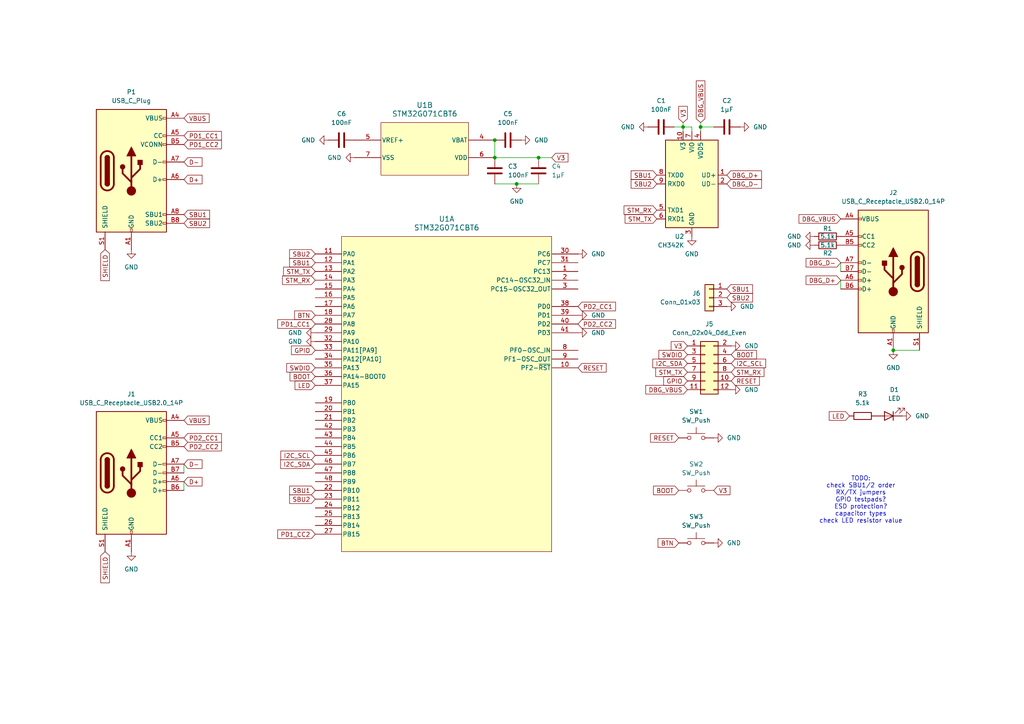
<source format=kicad_sch>
(kicad_sch (version 20231120) (generator "eeschema") (generator_version "8.0")
  (paper "A4")
  (lib_symbols
    (symbol "Connector:USB_C_Plug" (pin_names (offset 1.016))
      (property "Reference" "P1" (at 0 33.02 0))
      (property "Value" "USB_C_Plug" (at 0 30.48 0))
      (symbol "USB_C_Plug_0_0"
        (rectangle (start -0.254 -6.604) (end 0.254 -7.62))
        (rectangle (start 10.16 -4.826) (end 9.144 -5.334))
        (rectangle (start 10.16 -2.286) (end 9.144 -2.794))
        (rectangle (start 10.16 7.874) (end 9.144 7.366))
        (rectangle (start 10.16 12.954) (end 9.144 12.446))
        (rectangle (start 10.16 18.034) (end 9.144 17.526))
        (rectangle (start 10.16 20.574) (end 9.144 20.066))
        (rectangle (start 10.16 25.654) (end 9.144 25.146))
      )
      (symbol "USB_C_Plug_0_1"
        (rectangle (start -10.16 27.94) (end 10.16 -7.62) (stroke (width 0.254)) (fill (type background)))
        (arc (start -8.89 6.35) (mid -6.985 4.4533) (end -5.08 6.35) (stroke (width 0.508)))
        (arc (start -7.62 6.35) (mid -6.985 5.7177) (end -6.35 6.35) (stroke (width 0.254)))
        (arc (start -7.62 6.35) (mid -6.985 5.7177) (end -6.35 6.35) (stroke (width 0.254)) (fill (type outline)))
        (rectangle (start -7.62 6.35) (end -6.35 13.97) (stroke (width 0.254)) (fill (type outline)))
        (arc (start -6.35 13.97) (mid -6.985 14.6023) (end -7.62 13.97) (stroke (width 0.254)))
        (arc (start -6.35 13.97) (mid -6.985 14.6023) (end -7.62 13.97) (stroke (width 0.254)) (fill (type outline)))
        (arc (start -5.08 13.97) (mid -6.985 15.8667) (end -8.89 13.97) (stroke (width 0.508)))
        (polyline (pts (xy -8.89 6.35) (xy -8.89 13.97)) (stroke (width 0.508)))
        (polyline (pts (xy -5.08 13.97) (xy -5.08 6.35)) (stroke (width 0.508)))
      )
      (symbol "USB_C_Plug_1_1"
        (circle (center -2.54 11.303) (radius 0.635) (stroke (width 0.254)) (fill (type outline)))
        (polyline (pts (xy 0 4.318) (xy 0 14.478)) (stroke (width 0.508)))
        (polyline (pts (xy 0 6.858) (xy -2.54 9.398) (xy -2.54 10.668)) (stroke (width 0.508)))
        (polyline (pts (xy 0 8.128) (xy 2.54 10.668) (xy 2.54 11.938)) (stroke (width 0.508)))
        (polyline (pts (xy -1.27 14.478) (xy 0 17.018) (xy 1.27 14.478) (xy -1.27 14.478)) (stroke (width 0.254)) (fill (type outline)))
        (circle (center 0 4.318) (radius 1.27) (fill (type outline)))
        (rectangle (start 1.905 11.938) (end 3.175 13.208) (stroke (width 0.254)) (fill (type outline)))
        (pin passive line (at 0 -12.7 90) (length 5.08) (name "GND") (number "A1"))
        (pin passive line (at 0 -12.7 90) (length 5.08) hide (name "GND") (number "A12"))
        (pin passive line (at 15.24 25.4 180) (length 5.08) (name "VBUS") (number "A4"))
        (pin bidirectional line (at 15.24 20.32 180) (length 5.08) (name "CC") (number "A5"))
        (pin bidirectional line (at 15.24 7.62 180) (length 5.08) (name "D+") (number "A6"))
        (pin bidirectional line (at 15.24 12.7 180) (length 5.08) (name "D-") (number "A7"))
        (pin bidirectional line (at 15.24 -2.54 180) (length 5.08) (name "SBU1") (number "A8"))
        (pin passive line (at 15.24 25.4 180) (length 5.08) hide (name "VBUS") (number "A9"))
        (pin passive line (at 0 -12.7 90) (length 5.08) hide (name "GND") (number "B1"))
        (pin passive line (at 0 -12.7 90) (length 5.08) hide (name "GND") (number "B12"))
        (pin passive line (at 15.24 25.4 180) (length 5.08) hide (name "VBUS") (number "B4"))
        (pin bidirectional line (at 15.24 17.78 180) (length 5.08) (name "VCONN") (number "B5"))
        (pin bidirectional line (at 15.24 -5.08 180) (length 5.08) (name "SBU2") (number "B8"))
        (pin passive line (at 15.24 25.4 180) (length 5.08) hide (name "VBUS") (number "B9"))
        (pin passive line (at -7.62 -12.7 90) (length 5.08) (name "SHIELD") (number "S1"))
      )
    )
    (symbol "Connector:USB_C_Receptacle_USB2.0_14P" (pin_names (offset 1.016))
      (property "Reference" "J" (at 0 22.225 0))
      (property "Value" "USB_C_Receptacle_USB2.0_14P" (at 0 19.685 0))
      (symbol "USB_C_Receptacle_USB2.0_14P_0_0"
        (rectangle (start -0.254 -17.78) (end 0.254 -16.764))
        (rectangle (start 10.16 -4.826) (end 9.144 -5.334))
        (rectangle (start 10.16 -2.286) (end 9.144 -2.794))
        (rectangle (start 10.16 0.254) (end 9.144 -0.254))
        (rectangle (start 10.16 2.794) (end 9.144 2.286))
        (rectangle (start 10.16 7.874) (end 9.144 7.366))
        (rectangle (start 10.16 10.414) (end 9.144 9.906))
        (rectangle (start 10.16 15.494) (end 9.144 14.986))
      )
      (symbol "USB_C_Receptacle_USB2.0_14P_0_1"
        (rectangle (start -10.16 17.78) (end 10.16 -17.78) (stroke (width 0.254)) (fill (type background)))
        (arc (start -8.89 -3.81) (mid -6.985 -5.7067) (end -5.08 -3.81) (stroke (width 0.508)))
        (arc (start -7.62 -3.81) (mid -6.985 -4.4423) (end -6.35 -3.81) (stroke (width 0.254)))
        (arc (start -7.62 -3.81) (mid -6.985 -4.4423) (end -6.35 -3.81) (stroke (width 0.254)) (fill (type outline)))
        (rectangle (start -7.62 -3.81) (end -6.35 3.81) (stroke (width 0.254)) (fill (type outline)))
        (arc (start -6.35 3.81) (mid -6.985 4.4423) (end -7.62 3.81) (stroke (width 0.254)))
        (arc (start -6.35 3.81) (mid -6.985 4.4423) (end -7.62 3.81) (stroke (width 0.254)) (fill (type outline)))
        (arc (start -5.08 3.81) (mid -6.985 5.7067) (end -8.89 3.81) (stroke (width 0.508)))
        (circle (center -2.54 1.143) (radius 0.635) (stroke (width 0.254)) (fill (type outline)))
        (circle (center 0 -5.842) (radius 1.27) (fill (type outline)))
        (polyline (pts (xy -8.89 -3.81) (xy -8.89 3.81)) (stroke (width 0.508)))
        (polyline (pts (xy -5.08 3.81) (xy -5.08 -3.81)) (stroke (width 0.508)))
        (polyline (pts (xy 0 -5.842) (xy 0 4.318)) (stroke (width 0.508)))
        (polyline (pts (xy 0 -3.302) (xy -2.54 -0.762) (xy -2.54 0.508)) (stroke (width 0.508)))
        (polyline (pts (xy 0 -2.032) (xy 2.54 0.508) (xy 2.54 1.778)) (stroke (width 0.508)))
        (polyline (pts (xy -1.27 4.318) (xy 0 6.858) (xy 1.27 4.318) (xy -1.27 4.318)) (stroke (width 0.254)) (fill (type outline)))
        (rectangle (start 1.905 1.778) (end 3.175 3.048) (stroke (width 0.254)) (fill (type outline)))
      )
      (symbol "USB_C_Receptacle_USB2.0_14P_1_1"
        (pin passive line (at 0 -22.86 90) (length 5.08) (name "GND") (number "A1"))
        (pin passive line (at 0 -22.86 90) (length 5.08) hide (name "GND") (number "A12"))
        (pin passive line (at 15.24 15.24 180) (length 5.08) (name "VBUS") (number "A4"))
        (pin bidirectional line (at 15.24 10.16 180) (length 5.08) (name "CC1") (number "A5"))
        (pin bidirectional line (at 15.24 -2.54 180) (length 5.08) (name "D+") (number "A6"))
        (pin bidirectional line (at 15.24 2.54 180) (length 5.08) (name "D-") (number "A7"))
        (pin passive line (at 15.24 15.24 180) (length 5.08) hide (name "VBUS") (number "A9"))
        (pin passive line (at 0 -22.86 90) (length 5.08) hide (name "GND") (number "B1"))
        (pin passive line (at 0 -22.86 90) (length 5.08) hide (name "GND") (number "B12"))
        (pin passive line (at 15.24 15.24 180) (length 5.08) hide (name "VBUS") (number "B4"))
        (pin bidirectional line (at 15.24 7.62 180) (length 5.08) (name "CC2") (number "B5"))
        (pin bidirectional line (at 15.24 -5.08 180) (length 5.08) (name "D+") (number "B6"))
        (pin bidirectional line (at 15.24 0 180) (length 5.08) (name "D-") (number "B7"))
        (pin passive line (at 15.24 15.24 180) (length 5.08) hide (name "VBUS") (number "B9"))
        (pin passive line (at -7.62 -22.86 90) (length 5.08) (name "SHIELD") (number "S1"))
      )
    )
    (symbol "Connector_Generic:Conn_01x03" (pin_names (offset 1.016) hide)
      (property "Reference" "J" (at 0 5.08 0))
      (property "Value" "Conn_01x03" (at 0 -5.08 0))
      (symbol "Conn_01x03_1_1"
        (rectangle (start -1.27 -2.413) (end 0 -2.667) (stroke (width 0.1524)))
        (rectangle (start -1.27 0.127) (end 0 -0.127) (stroke (width 0.1524)))
        (rectangle (start -1.27 2.667) (end 0 2.413) (stroke (width 0.1524)))
        (rectangle (start -1.27 3.81) (end 1.27 -3.81) (stroke (width 0.254)) (fill (type background)))
        (pin passive line (at -5.08 2.54 0) (length 3.81) (name "Pin_1") (number "1"))
        (pin passive line (at -5.08 0 0) (length 3.81) (name "Pin_2") (number "2"))
        (pin passive line (at -5.08 -2.54 0) (length 3.81) (name "Pin_3") (number "3"))
      )
    )
    (symbol "Connector_Generic:Conn_02x06_Odd_Even" (pin_names (offset 1.016) hide)
      (property "Reference" "J" (at 1.27 7.62 0))
      (property "Value" "Conn_02x06_Odd_Even" (at 1.27 -10.16 0))
      (symbol "Conn_02x06_Odd_Even_1_1"
        (rectangle (start -1.27 -7.493) (end 0 -7.747) (stroke (width 0.1524)))
        (rectangle (start -1.27 -4.953) (end 0 -5.207) (stroke (width 0.1524)))
        (rectangle (start -1.27 -2.413) (end 0 -2.667) (stroke (width 0.1524)))
        (rectangle (start -1.27 0.127) (end 0 -0.127) (stroke (width 0.1524)))
        (rectangle (start -1.27 2.667) (end 0 2.413) (stroke (width 0.1524)))
        (rectangle (start -1.27 5.207) (end 0 4.953) (stroke (width 0.1524)))
        (rectangle (start -1.27 6.35) (end 3.81 -8.89) (stroke (width 0.254)) (fill (type background)))
        (rectangle (start 3.81 -7.493) (end 2.54 -7.747) (stroke (width 0.1524)))
        (rectangle (start 3.81 -4.953) (end 2.54 -5.207) (stroke (width 0.1524)))
        (rectangle (start 3.81 -2.413) (end 2.54 -2.667) (stroke (width 0.1524)))
        (rectangle (start 3.81 0.127) (end 2.54 -0.127) (stroke (width 0.1524)))
        (rectangle (start 3.81 2.667) (end 2.54 2.413) (stroke (width 0.1524)))
        (rectangle (start 3.81 5.207) (end 2.54 4.953) (stroke (width 0.1524)))
        (pin passive line (at -5.08 5.08 0) (length 3.81) (name "Pin_1") (number "1"))
        (pin passive line (at 7.62 -5.08 180) (length 3.81) (name "Pin_10") (number "10"))
        (pin passive line (at -5.08 -7.62 0) (length 3.81) (name "Pin_11") (number "11"))
        (pin passive line (at 7.62 -7.62 180) (length 3.81) (name "Pin_12") (number "12"))
        (pin passive line (at 7.62 5.08 180) (length 3.81) (name "Pin_2") (number "2"))
        (pin passive line (at -5.08 2.54 0) (length 3.81) (name "Pin_3") (number "3"))
        (pin passive line (at 7.62 2.54 180) (length 3.81) (name "Pin_4") (number "4"))
        (pin passive line (at -5.08 0 0) (length 3.81) (name "Pin_5") (number "5"))
        (pin passive line (at 7.62 0 180) (length 3.81) (name "Pin_6") (number "6"))
        (pin passive line (at -5.08 -2.54 0) (length 3.81) (name "Pin_7") (number "7"))
        (pin passive line (at 7.62 -2.54 180) (length 3.81) (name "Pin_8") (number "8"))
        (pin passive line (at -5.08 -5.08 0) (length 3.81) (name "Pin_9") (number "9"))
      )
    )
    (symbol "Debubo:STM32G071CBT6" (pin_names (offset 0.254))
      (property "Reference" "U" (at 38.1 10.16 0))
      (property "Value" "STM32G071CBT6" (at 38.1 7.62 0))
      (symbol "STM32G071CBT6_1_1"
        (rectangle (start 7.62 5.08) (end 68.58 -86.36) (fill (type background)))
        (pin bidirectional line (at 76.2 -5.08 180) (length 7.62) (name "PC13") (number "1"))
        (pin bidirectional line (at 76.2 -33.02 180) (length 7.62) (name "PF2-~{RST}") (number "10"))
        (pin bidirectional line (at 0 0 0) (length 7.62) (name "PA0") (number "11"))
        (pin bidirectional line (at 0 -2.54 0) (length 7.62) (name "PA1") (number "12"))
        (pin bidirectional line (at 0 -5.08 0) (length 7.62) (name "PA2") (number "13"))
        (pin bidirectional line (at 0 -7.62 0) (length 7.62) (name "PA3") (number "14"))
        (pin bidirectional line (at 0 -10.16 0) (length 7.62) (name "PA4") (number "15"))
        (pin bidirectional line (at 0 -12.7 0) (length 7.62) (name "PA5") (number "16"))
        (pin bidirectional line (at 0 -15.24 0) (length 7.62) (name "PA6") (number "17"))
        (pin bidirectional line (at 0 -17.78 0) (length 7.62) (name "PA7") (number "18"))
        (pin bidirectional line (at 0 -43.18 0) (length 7.62) (name "PB0") (number "19"))
        (pin bidirectional line (at 76.2 -7.62 180) (length 7.62) (name "PC14-OSC32_IN") (number "2"))
        (pin bidirectional line (at 0 -45.72 0) (length 7.62) (name "PB1") (number "20"))
        (pin bidirectional line (at 0 -48.26 0) (length 7.62) (name "PB2") (number "21"))
        (pin bidirectional line (at 0 -68.58 0) (length 7.62) (name "PB10") (number "22"))
        (pin bidirectional line (at 0 -71.12 0) (length 7.62) (name "PB11") (number "23"))
        (pin bidirectional line (at 0 -73.66 0) (length 7.62) (name "PB12") (number "24"))
        (pin bidirectional line (at 0 -76.2 0) (length 7.62) (name "PB13") (number "25"))
        (pin bidirectional line (at 0 -78.74 0) (length 7.62) (name "PB14") (number "26"))
        (pin bidirectional line (at 0 -81.28 0) (length 7.62) (name "PB15") (number "27"))
        (pin bidirectional line (at 0 -20.32 0) (length 7.62) (name "PA8") (number "28"))
        (pin bidirectional line (at 0 -22.86 0) (length 7.62) (name "PA9") (number "29"))
        (pin bidirectional line (at 76.2 -10.16 180) (length 7.62) (name "PC15-OSC32_OUT") (number "3"))
        (pin bidirectional line (at 76.2 0 180) (length 7.62) (name "PC6") (number "30"))
        (pin bidirectional line (at 76.2 -2.54 180) (length 7.62) (name "PC7") (number "31"))
        (pin bidirectional line (at 0 -25.4 0) (length 7.62) (name "PA10") (number "32"))
        (pin bidirectional line (at 0 -27.94 0) (length 7.62) (name "PA11[PA9]") (number "33"))
        (pin bidirectional line (at 0 -30.48 0) (length 7.62) (name "PA12[PA10]") (number "34"))
        (pin bidirectional line (at 0 -33.02 0) (length 7.62) (name "PA13") (number "35"))
        (pin bidirectional line (at 0 -35.56 0) (length 7.62) (name "PA14-BOOT0") (number "36"))
        (pin bidirectional line (at 0 -38.1 0) (length 7.62) (name "PA15") (number "37"))
        (pin bidirectional line (at 76.2 -15.24 180) (length 7.62) (name "PD0") (number "38"))
        (pin bidirectional line (at 76.2 -17.78 180) (length 7.62) (name "PD1") (number "39"))
        (pin bidirectional line (at 76.2 -20.32 180) (length 7.62) (name "PD2") (number "40"))
        (pin bidirectional line (at 76.2 -22.86 180) (length 7.62) (name "PD3") (number "41"))
        (pin bidirectional line (at 0 -50.8 0) (length 7.62) (name "PB3") (number "42"))
        (pin bidirectional line (at 0 -53.34 0) (length 7.62) (name "PB4") (number "43"))
        (pin bidirectional line (at 0 -55.88 0) (length 7.62) (name "PB5") (number "44"))
        (pin bidirectional line (at 0 -58.42 0) (length 7.62) (name "PB6") (number "45"))
        (pin bidirectional line (at 0 -60.96 0) (length 7.62) (name "PB7") (number "46"))
        (pin bidirectional line (at 0 -63.5 0) (length 7.62) (name "PB8") (number "47"))
        (pin bidirectional line (at 0 -66.04 0) (length 7.62) (name "PB9") (number "48"))
        (pin bidirectional line (at 76.2 -27.94 180) (length 7.62) (name "PF0-OSC_IN") (number "8"))
        (pin bidirectional line (at 76.2 -30.48 180) (length 7.62) (name "PF1-OSC_OUT") (number "9"))
      )
      (symbol "STM32G071CBT6_2_1"
        (rectangle (start 7.62 5.08) (end 33.02 -10.16) (fill (type background)))
        (pin power_in line (at 40.64 0 180) (length 7.62) (name "VBAT") (number "4"))
        (pin power_in line (at 0 0 0) (length 7.62) (name "VREF+") (number "5"))
        (pin power_in line (at 40.64 -5.08 180) (length 7.62) (name "VDD") (number "6"))
        (pin power_in line (at 0 -5.08 0) (length 7.62) (name "VSS") (number "7"))
      )
    )
    (symbol "Device:C" (pin_numbers hide) (pin_names (offset 0.254))
      (property "Reference" "C" (at 0.635 2.54 0))
      (property "Value" "C" (at 0.635 -2.54 0))
      (symbol "C_0_1"
        (polyline (pts (xy -2.032 -0.762) (xy 2.032 -0.762)) (stroke (width 0.508)))
        (polyline (pts (xy -2.032 0.762) (xy 2.032 0.762)) (stroke (width 0.508)))
      )
      (symbol "C_1_1"
        (pin passive line (at 0 3.81 270) (length 2.794) (name "~") (number "1"))
        (pin passive line (at 0 -3.81 90) (length 2.794) (name "~") (number "2"))
      )
    )
    (symbol "Device:LED" (pin_numbers hide) (pin_names (offset 1.016) hide)
      (property "Reference" "D" (at 0 2.54 0))
      (property "Value" "LED" (at 0 -2.54 0))
      (symbol "LED_0_1"
        (polyline (pts (xy -1.27 -1.27) (xy -1.27 1.27)) (stroke (width 0.254)))
        (polyline (pts (xy -1.27 0) (xy 1.27 0)))
        (polyline (pts (xy 1.27 -1.27) (xy 1.27 1.27) (xy -1.27 0) (xy 1.27 -1.27)) (stroke (width 0.254)))
        (polyline (pts (xy -3.048 -0.762) (xy -4.572 -2.286) (xy -3.81 -2.286) (xy -4.572 -2.286) (xy -4.572 -1.524)))
        (polyline (pts (xy -1.778 -0.762) (xy -3.302 -2.286) (xy -2.54 -2.286) (xy -3.302 -2.286) (xy -3.302 -1.524)))
      )
      (symbol "LED_1_1"
        (pin passive line (at -3.81 0 0) (length 2.54) (name "K") (number "1"))
        (pin passive line (at 3.81 0 180) (length 2.54) (name "A") (number "2"))
      )
    )
    (symbol "Device:R" (pin_numbers hide) (pin_names (offset 0))
      (property "Reference" "R" (at 2.032 0 90))
      (property "Value" "R" (at 0 0 90))
      (symbol "R_0_1"
        (rectangle (start -1.016 -2.54) (end 1.016 2.54) (stroke (width 0.254)))
      )
      (symbol "R_1_1"
        (pin passive line (at 0 3.81 270) (length 1.27) (name "~") (number "1"))
        (pin passive line (at 0 -3.81 90) (length 1.27) (name "~") (number "2"))
      )
    )
    (symbol "Interface_USB:CH340K"
      (property "Reference" "U2" (at 2.1941 -15.24 0))
      (property "Value" "CH342K" (at 2.1941 -17.78 0))
      (symbol "CH340K_0_1"
        (rectangle (start -7.62 12.7) (end 7.62 -12.7) (stroke (width 0.254)) (fill (type background)))
      )
      (symbol "CH340K_1_0"
        (pin passive line (at 0 -15.24 90) (length 2.54) hide (name "GND") (number "11"))
      )
      (symbol "CH340K_1_1"
        (pin bidirectional line (at -10.16 2.54 0) (length 2.54) (name "UD+") (number "1"))
        (pin passive line (at 2.54 15.24 270) (length 2.54) (name "V3") (number "10"))
        (pin bidirectional line (at -10.16 0 0) (length 2.54) (name "UD-") (number "2"))
        (pin power_in line (at 0 -15.24 90) (length 2.54) (name "GND") (number "3"))
        (pin power_in line (at -2.54 15.24 270) (length 2.54) (name "VDD5") (number "4"))
        (pin output line (at 10.16 -7.62 180) (length 2.54) (name "TXD1") (number "5"))
        (pin input line (at 10.16 -10.16 180) (length 2.54) (name "RXD1") (number "6"))
        (pin power_in line (at 0 15.24 270) (length 2.54) (name "VIO") (number "7"))
        (pin output line (at 10.16 2.54 180) (length 2.54) (name "TXD0") (number "8"))
        (pin input line (at 10.16 0 180) (length 2.54) (name "RXD0") (number "9"))
      )
    )
    (symbol "Switch:SW_Push" (pin_numbers hide) (pin_names (offset 1.016) hide)
      (property "Reference" "SW" (at 1.27 2.54 0))
      (property "Value" "SW_Push" (at 0 -1.524 0))
      (symbol "SW_Push_0_1"
        (circle (center -2.032 0) (radius 0.508))
        (polyline (pts (xy 0 1.27) (xy 0 3.048)))
        (polyline (pts (xy 2.54 1.27) (xy -2.54 1.27)))
        (circle (center 2.032 0) (radius 0.508))
        (pin passive line (at -5.08 0 0) (length 2.54) (name "1") (number "1"))
        (pin passive line (at 5.08 0 180) (length 2.54) (name "2") (number "2"))
      )
    )
    (symbol "power:GND" (power) (pin_numbers hide) (pin_names (offset 0) hide)
      (property "Value" "GND" (at 0 -3.81 0))
      (symbol "GND_0_1"
        (polyline (pts (xy 0 0) (xy 0 -1.27) (xy 1.27 -1.27) (xy 0 -2.54) (xy -1.27 -1.27) (xy 0 -1.27)))
      )
      (symbol "GND_1_1"
        (pin power_in line (at 0 0 270) (length 0) (name "~") (number "1"))
      )
    )
  )
  (junction (at 156.21 45.72))
  (junction (at 198.12 36.83))
  (junction (at 259.08 101.6))
  (junction (at 203.2 36.83))
  (junction (at 143.51 45.72))
  (junction (at 143.51 40.64))
  (junction (at 149.86 53.34))
  (wire (pts (xy 198.12 35.56) (xy 198.12 36.83)))
  (wire (pts (xy 200.66 36.83) (xy 200.66 38.1)))
  (wire (pts (xy 143.51 40.64) (xy 143.51 45.72)))
  (wire (pts (xy 198.12 36.83) (xy 200.66 36.83)))
  (wire (pts (xy 156.21 45.72) (xy 160.02 45.72)))
  (wire (pts (xy 53.34 134.62) (xy 53.34 137.16)))
  (wire (pts (xy 143.51 45.72) (xy 156.21 45.72)))
  (wire (pts (xy 143.51 53.34) (xy 149.86 53.34)))
  (wire (pts (xy 53.34 139.7) (xy 53.34 142.24)))
  (wire (pts (xy 243.84 81.28) (xy 243.84 83.82)))
  (wire (pts (xy 203.2 36.83) (xy 203.2 38.1)))
  (wire (pts (xy 243.84 76.2) (xy 243.84 78.74)))
  (wire (pts (xy 259.08 101.6) (xy 266.7 101.6)))
  (wire (pts (xy 203.2 35.56) (xy 203.2 36.83)))
  (wire (pts (xy 207.01 36.83) (xy 203.2 36.83)))
  (wire (pts (xy 149.86 53.34) (xy 156.21 53.34)))
  (wire (pts (xy 195.58 36.83) (xy 198.12 36.83)))
  (wire (pts (xy 198.12 36.83) (xy 198.12 38.1)))
  (text "TODO:\ncheck SBU1/2 order\nRX/TX jumpers\nGPIO testpads?\nESD protection?\ncapacitor types\ncheck LED resistor value" (at 249.682 145.034 0) (effects (font (size 1.27 1.27))))
  (global_label "V3" (shape input) (at 199.39 100.33 180) (property "Intersheetrefs" "${INTERSHEET_REFS}" (effects (hide yes))))
  (global_label "BTN" (shape input) (at 91.44 91.44 180) (property "Intersheetrefs" "${INTERSHEET_REFS}" (effects (hide yes))))
  (global_label "DBG_D+" (shape input) (at 210.82 50.8 0) (property "Intersheetrefs" "${INTERSHEET_REFS}" (effects (hide yes))))
  (global_label "PD1_CC1" (shape input) (at 91.44 93.98 180) (property "Intersheetrefs" "${INTERSHEET_REFS}" (effects (hide yes))))
  (global_label "RESET" (shape input) (at 196.85 127 180) (property "Intersheetrefs" "${INTERSHEET_REFS}" (effects (hide yes))))
  (global_label "GPIO" (shape input) (at 199.39 110.49 180) (property "Intersheetrefs" "${INTERSHEET_REFS}" (effects (hide yes))))
  (global_label "PD1_CC2" (shape input) (at 53.34 41.91 0) (property "Intersheetrefs" "${INTERSHEET_REFS}" (effects (hide yes))))
  (global_label "STM_TX" (shape input) (at 199.39 107.95 180) (property "Intersheetrefs" "${INTERSHEET_REFS}" (effects (hide yes))))
  (global_label "I2C_SCL" (shape input) (at 91.44 132.08 180) (property "Intersheetrefs" "${INTERSHEET_REFS}" (effects (hide yes))))
  (global_label "SBU1" (shape input) (at 91.44 142.24 180) (property "Intersheetrefs" "${INTERSHEET_REFS}" (effects (hide yes))))
  (global_label "SBU2" (shape input) (at 91.44 73.66 180) (property "Intersheetrefs" "${INTERSHEET_REFS}" (effects (hide yes))))
  (global_label "V3" (shape input) (at 160.02 45.72 0) (property "Intersheetrefs" "${INTERSHEET_REFS}" (effects (hide yes))))
  (global_label "VBUS" (shape input) (at 53.34 121.92 0) (property "Intersheetrefs" "${INTERSHEET_REFS}" (effects (hide yes))))
  (global_label "PD2_CC2" (shape input) (at 53.34 129.54 0) (property "Intersheetrefs" "${INTERSHEET_REFS}" (effects (hide yes))))
  (global_label "BOOT" (shape input) (at 196.85 142.24 180) (property "Intersheetrefs" "${INTERSHEET_REFS}" (effects (hide yes))))
  (global_label "GPIO" (shape input) (at 91.44 101.6 180) (property "Intersheetrefs" "${INTERSHEET_REFS}" (effects (hide yes))))
  (global_label "V3" (shape input) (at 207.01 142.24 0) (property "Intersheetrefs" "${INTERSHEET_REFS}" (effects (hide yes))))
  (global_label "STM_RX" (shape input) (at 190.5 60.96 180) (property "Intersheetrefs" "${INTERSHEET_REFS}" (effects (hide yes))))
  (global_label "BOOT" (shape input) (at 91.44 109.22 180) (property "Intersheetrefs" "${INTERSHEET_REFS}" (effects (hide yes))))
  (global_label "SBU2" (shape input) (at 53.34 64.77 0) (property "Intersheetrefs" "${INTERSHEET_REFS}" (effects (hide yes))))
  (global_label "RESET" (shape input) (at 212.09 110.49 0) (property "Intersheetrefs" "${INTERSHEET_REFS}" (effects (hide yes))))
  (global_label "I2C_SDA" (shape input) (at 199.39 105.41 180) (property "Intersheetrefs" "${INTERSHEET_REFS}" (effects (hide yes))))
  (global_label "RESET" (shape input) (at 167.64 106.68 0) (property "Intersheetrefs" "${INTERSHEET_REFS}" (effects (hide yes))))
  (global_label "SBU1" (shape input) (at 190.5 50.8 180) (property "Intersheetrefs" "${INTERSHEET_REFS}" (effects (hide yes))))
  (global_label "BTN" (shape input) (at 196.85 157.48 180) (property "Intersheetrefs" "${INTERSHEET_REFS}" (effects (hide yes))))
  (global_label "PD1_CC2" (shape input) (at 91.44 154.94 180) (property "Intersheetrefs" "${INTERSHEET_REFS}" (effects (hide yes))))
  (global_label "D+" (shape input) (at 53.34 139.7 0) (property "Intersheetrefs" "${INTERSHEET_REFS}" (effects (hide yes))))
  (global_label "DBG_D-" (shape input) (at 243.84 76.2 180) (property "Intersheetrefs" "${INTERSHEET_REFS}" (effects (hide yes))))
  (global_label "V3" (shape input) (at 198.12 35.56 90) (property "Intersheetrefs" "${INTERSHEET_REFS}" (effects (hide yes))))
  (global_label "SBU1" (shape input) (at 53.34 62.23 0) (property "Intersheetrefs" "${INTERSHEET_REFS}" (effects (hide yes))))
  (global_label "SBU1" (shape input) (at 91.44 76.2 180) (property "Intersheetrefs" "${INTERSHEET_REFS}" (effects (hide yes))))
  (global_label "PD2_CC1" (shape input) (at 167.64 88.9 0) (property "Intersheetrefs" "${INTERSHEET_REFS}" (effects (hide yes))))
  (global_label "DBG_VBUS" (shape input) (at 203.2 35.56 90) (property "Intersheetrefs" "${INTERSHEET_REFS}" (effects (hide yes))))
  (global_label "PD2_CC2" (shape input) (at 167.64 93.98 0) (property "Intersheetrefs" "${INTERSHEET_REFS}" (effects (hide yes))))
  (global_label "STM_TX" (shape input) (at 91.44 78.74 180) (property "Intersheetrefs" "${INTERSHEET_REFS}" (effects (hide yes))))
  (global_label "DBG_VBUS" (shape input) (at 243.84 63.5 180) (property "Intersheetrefs" "${INTERSHEET_REFS}" (effects (hide yes))))
  (global_label "DBG_D-" (shape input) (at 210.82 53.34 0) (property "Intersheetrefs" "${INTERSHEET_REFS}" (effects (hide yes))))
  (global_label "SWDIO" (shape input) (at 91.44 106.68 180) (property "Intersheetrefs" "${INTERSHEET_REFS}" (effects (hide yes))))
  (global_label "VBUS" (shape input) (at 53.34 34.29 0) (property "Intersheetrefs" "${INTERSHEET_REFS}" (effects (hide yes))))
  (global_label "SWDIO" (shape input) (at 199.39 102.87 180) (property "Intersheetrefs" "${INTERSHEET_REFS}" (effects (hide yes))))
  (global_label "SBU2" (shape input) (at 91.44 144.78 180) (property "Intersheetrefs" "${INTERSHEET_REFS}" (effects (hide yes))))
  (global_label "SBU2" (shape input) (at 190.5 53.34 180) (property "Intersheetrefs" "${INTERSHEET_REFS}" (effects (hide yes))))
  (global_label "DBG_D+" (shape input) (at 243.84 81.28 180) (property "Intersheetrefs" "${INTERSHEET_REFS}" (effects (hide yes))))
  (global_label "PD2_CC1" (shape input) (at 53.34 127 0) (property "Intersheetrefs" "${INTERSHEET_REFS}" (effects (hide yes))))
  (global_label "SHIELD" (shape input) (at 30.48 72.39 270) (property "Intersheetrefs" "${INTERSHEET_REFS}" (effects (hide yes))))
  (global_label "D-" (shape input) (at 53.34 46.99 0) (property "Intersheetrefs" "${INTERSHEET_REFS}" (effects (hide yes))))
  (global_label "I2C_SDA" (shape input) (at 91.44 134.62 180) (property "Intersheetrefs" "${INTERSHEET_REFS}" (effects (hide yes))))
  (global_label "STM_TX" (shape input) (at 190.5 63.5 180) (property "Intersheetrefs" "${INTERSHEET_REFS}" (effects (hide yes))))
  (global_label "BOOT" (shape input) (at 212.09 102.87 0) (property "Intersheetrefs" "${INTERSHEET_REFS}" (effects (hide yes))))
  (global_label "STM_RX" (shape input) (at 212.09 107.95 0) (property "Intersheetrefs" "${INTERSHEET_REFS}" (effects (hide yes))))
  (global_label "D+" (shape input) (at 53.34 52.07 0) (property "Intersheetrefs" "${INTERSHEET_REFS}" (effects (hide yes))))
  (global_label "PD1_CC1" (shape input) (at 53.34 39.37 0) (property "Intersheetrefs" "${INTERSHEET_REFS}" (effects (hide yes))))
  (global_label "DBG_VBUS" (shape input) (at 199.39 113.03 180) (property "Intersheetrefs" "${INTERSHEET_REFS}" (effects (hide yes))))
  (global_label "I2C_SCL" (shape input) (at 212.09 105.41 0) (property "Intersheetrefs" "${INTERSHEET_REFS}" (effects (hide yes))))
  (global_label "LED" (shape input) (at 91.44 111.76 180) (property "Intersheetrefs" "${INTERSHEET_REFS}" (effects (hide yes))))
  (global_label "STM_RX" (shape input) (at 91.44 81.28 180) (property "Intersheetrefs" "${INTERSHEET_REFS}" (effects (hide yes))))
  (global_label "SBU1" (shape input) (at 210.82 83.82 0) (property "Intersheetrefs" "${INTERSHEET_REFS}" (effects (hide yes))))
  (global_label "SBU2" (shape input) (at 210.82 86.36 0) (property "Intersheetrefs" "${INTERSHEET_REFS}" (effects (hide yes))))
  (global_label "SHIELD" (shape input) (at 30.48 160.02 270) (property "Intersheetrefs" "${INTERSHEET_REFS}" (effects (hide yes))))
  (global_label "D-" (shape input) (at 53.34 134.62 0) (property "Intersheetrefs" "${INTERSHEET_REFS}" (effects (hide yes))))
  (global_label "LED" (shape input) (at 246.38 120.65 180) (property "Intersheetrefs" "${INTERSHEET_REFS}" (effects (hide yes))))
  (symbol (lib_id "Device:R") (at 240.03 68.58 90) (unit 1)
    (property "Reference" "R1" (at 240.03 66.294 90))
    (property "Value" "5.1k" (at 240.03 68.58 90))
    (property "Footprint" "Resistor_SMD:R_1206_3216Metric_Pad1.30x1.75mm_HandSolder" (effects (hide yes)))
    (property "Description" "Resistor" (effects (hide yes)))
  )
  (symbol (lib_id "power:GND") (at 102.87 45.72 270) (unit 1)
    (property "Reference" "#PWR03" (effects (hide yes)))
    (property "Value" "GND" (at 99.06 45.7199 90) (effects (justify right)))
    (property "Description" "Power symbol creates a global label with name \"GND\" , ground" (effects (hide yes)))
  )
  (symbol (lib_id "Switch:SW_Push") (at 201.93 157.48 0) (unit 1)
    (property "Reference" "SW3" (at 201.93 149.86 0))
    (property "Value" "SW_Push" (at 201.93 152.4 0))
    (property "Footprint" "Button_Switch_SMD:SW_SPST_B3U-1000P" (effects (hide yes)))
    (property "Description" "Push button switch, generic, two pins" (effects (hide yes)))
  )
  (symbol (lib_id "power:GND") (at 91.44 99.06 270) (unit 1)
    (property "Reference" "#PWR020" (effects (hide yes)))
    (property "Value" "GND" (at 87.63 99.0599 90) (effects (justify right)))
    (property "Description" "Power symbol creates a global label with name \"GND\" , ground" (effects (hide yes)))
  )
  (symbol (lib_id "power:GND") (at 210.82 88.9 90) (mirror x) (unit 1)
    (property "Reference" "#PWR015" (effects (hide yes)))
    (property "Value" "GND" (at 214.63 88.8999 90) (effects (justify right)))
    (property "Description" "Power symbol creates a global label with name \"GND\" , ground" (effects (hide yes)))
  )
  (symbol (lib_id "power:GND") (at 95.25 40.64 270) (unit 1)
    (property "Reference" "#PWR017" (effects (hide yes)))
    (property "Value" "GND" (at 91.44 40.6399 90) (effects (justify right)))
    (property "Description" "Power symbol creates a global label with name \"GND\" , ground" (effects (hide yes)))
  )
  (symbol (lib_id "power:GND") (at 236.22 68.58 270) (unit 1)
    (property "Reference" "#PWR018" (effects (hide yes)))
    (property "Value" "GND" (at 232.41 68.5799 90) (effects (justify right)))
    (property "Description" "Power symbol creates a global label with name \"GND\" , ground" (effects (hide yes)))
  )
  (symbol (lib_id "Debubo:STM32G071CBT6") (at 102.87 40.64 0) (unit 2)
    (property "Reference" "U1" (at 123.19 30.48 0) (effects (font (size 1.524 1.524))))
    (property "Value" "STM32G071CBT6" (at 123.19 33.02 0) (effects (font (size 1.524 1.524))))
    (property "Footprint" "Package_QFP:LQFP-48_7x7mm_P0.5mm" (effects (hide yes)))
    (property "Datasheet" "STM32G071CBT6" (effects (hide yes)))
  )
  (symbol (lib_id "power:GND") (at 212.09 100.33 90) (unit 1)
    (property "Reference" "#PWR016" (effects (hide yes)))
    (property "Value" "GND" (at 215.9 100.3299 90) (effects (justify right)))
    (property "Description" "Power symbol creates a global label with name \"GND\" , ground" (effects (hide yes)))
  )
  (symbol (lib_id "Device:C") (at 99.06 40.64 90) (unit 1)
    (property "Reference" "C6" (at 99.06 33.02 90))
    (property "Value" "100nF" (at 99.06 35.56 90))
    (property "Footprint" "Capacitor_SMD:C_1206_3216Metric_Pad1.33x1.80mm_HandSolder" (effects (hide yes)))
    (property "Description" "Unpolarized capacitor" (effects (hide yes)))
  )
  (symbol (lib_id "Switch:SW_Push") (at 201.93 127 0) (unit 1)
    (property "Reference" "SW1" (at 201.93 119.38 0))
    (property "Value" "SW_Push" (at 201.93 121.92 0))
    (property "Footprint" "Button_Switch_SMD:SW_SPST_B3U-1000P" (effects (hide yes)))
    (property "Description" "Push button switch, generic, two pins" (effects (hide yes)))
  )
  (symbol (lib_id "Interface_USB:CH340K") (at 200.66 53.34 0) (mirror y) (unit 1)
    (property "Reference" "U2" (at 198.4659 68.58 0) (effects (justify left)))
    (property "Value" "CH342K" (at 198.4659 71.12 0) (effects (justify left)))
    (property "Footprint" "Package_SO:SSOP-10-1EP_3.9x4.9mm_P1mm_EP2.1x3.3mm" (effects (hide yes)))
    (property "Datasheet" "https://www.wch-ic.com/downloads/file/295.html" (effects (hide yes)))
    (property "Description" "USB serial converter, dual UART, SSOP-10" (effects (hide yes)))
  )
  (symbol (lib_id "power:GND") (at 167.64 91.44 90) (unit 1)
    (property "Reference" "#PWR011" (effects (hide yes)))
    (property "Value" "GND" (at 171.45 91.4399 90) (effects (justify right)))
    (property "Description" "Power symbol creates a global label with name \"GND\" , ground" (effects (hide yes)))
  )
  (symbol (lib_id "power:GND") (at 187.96 36.83 270) (unit 1)
    (property "Reference" "#PWR06" (effects (hide yes)))
    (property "Value" "GND" (at 184.15 36.8299 90) (effects (justify right)))
    (property "Description" "Power symbol creates a global label with name \"GND\" , ground" (effects (hide yes)))
  )
  (symbol (lib_id "power:GND") (at 214.63 36.83 90) (unit 1)
    (property "Reference" "#PWR07" (effects (hide yes)))
    (property "Value" "GND" (at 218.44 36.8299 90) (effects (justify right)))
    (property "Description" "Power symbol creates a global label with name \"GND\" , ground" (effects (hide yes)))
  )
  (symbol (lib_id "Device:R") (at 240.03 71.12 90) (unit 1)
    (property "Reference" "R2" (at 240.03 73.406 90))
    (property "Value" "5.1k" (at 240.03 71.12 90))
    (property "Footprint" "Resistor_SMD:R_1206_3216Metric_Pad1.30x1.75mm_HandSolder" (effects (hide yes)))
    (property "Description" "Resistor" (effects (hide yes)))
  )
  (symbol (lib_id "power:GND") (at 200.66 68.58 0) (unit 1)
    (property "Reference" "#PWR04" (effects (hide yes)))
    (property "Value" "GND" (at 200.66 73.66 0))
    (property "Description" "Power symbol creates a global label with name \"GND\" , ground" (effects (hide yes)))
  )
  (symbol (lib_id "power:GND") (at 38.1 72.39 0) (unit 1)
    (property "Reference" "#PWR02" (effects (hide yes)))
    (property "Value" "GND" (at 38.1 77.47 0))
    (property "Description" "Power symbol creates a global label with name \"GND\" , ground" (effects (hide yes)))
  )
  (symbol (lib_id "power:GND") (at 259.08 101.6 0) (unit 1)
    (property "Reference" "#PWR05" (effects (hide yes)))
    (property "Value" "GND" (at 259.08 106.68 0))
    (property "Description" "Power symbol creates a global label with name \"GND\" , ground" (effects (hide yes)))
  )
  (symbol (lib_id "power:GND") (at 91.44 96.52 270) (unit 1)
    (property "Reference" "#PWR013" (effects (hide yes)))
    (property "Value" "GND" (at 87.63 96.5199 90) (effects (justify right)))
    (property "Description" "Power symbol creates a global label with name \"GND\" , ground" (effects (hide yes)))
  )
  (symbol (lib_id "Connector_Generic:Conn_01x03") (at 205.74 86.36 0) (mirror y) (unit 1)
    (property "Reference" "J6" (at 203.2 85.0899 0) (effects (justify left)))
    (property "Value" "Conn_01x03" (at 203.2 87.6299 0) (effects (justify left)))
    (property "Footprint" "Connector_PinSocket_2.54mm:PinSocket_1x03_P2.54mm_Vertical" (effects (hide yes)))
    (property "Description" "Generic connector, single row, 01x03, script generated (kicad-library-utils/schlib/autogen/connector/)" (effects (hide yes)))
  )
  (symbol (lib_id "Device:C") (at 210.82 36.83 270) (unit 1)
    (property "Reference" "C2" (at 210.82 29.21 90))
    (property "Value" "1µF" (at 210.82 31.75 90))
    (property "Footprint" "Capacitor_SMD:C_1206_3216Metric_Pad1.33x1.80mm_HandSolder" (effects (hide yes)))
    (property "Description" "Unpolarized capacitor" (effects (hide yes)))
  )
  (symbol (lib_id "power:GND") (at 261.62 120.65 90) (unit 1)
    (property "Reference" "#PWR022" (effects (hide yes)))
    (property "Value" "GND" (at 265.43 120.6499 90) (effects (justify right)))
    (property "Description" "Power symbol creates a global label with name \"GND\" , ground" (effects (hide yes)))
  )
  (symbol (lib_id "Switch:SW_Push") (at 201.93 142.24 0) (unit 1)
    (property "Reference" "SW2" (at 201.93 134.62 0))
    (property "Value" "SW_Push" (at 201.93 137.16 0))
    (property "Footprint" "Button_Switch_SMD:SW_SPST_B3U-1000P" (effects (hide yes)))
    (property "Description" "Push button switch, generic, two pins" (effects (hide yes)))
  )
  (symbol (lib_id "Connector:USB_C_Receptacle_USB2.0_14P") (at 259.08 78.74 0) (mirror y) (unit 1)
    (property "Reference" "J2" (at 259.08 55.88 0))
    (property "Value" "USB_C_Receptacle_USB2.0_14P" (at 259.08 58.42 0))
    (property "Footprint" "Connector_USB:USB_C_Receptacle_HCTL_HC-TYPE-C-16P-01A" (effects (hide yes)))
    (property "Datasheet" "https://www.usb.org/sites/default/files/documents/usb_type-c.zip" (effects (hide yes)))
    (property "Description" "USB 2.0-only 14P Type-C Receptacle connector" (effects (hide yes)))
  )
  (symbol (lib_id "power:GND") (at 236.22 71.12 270) (unit 1)
    (property "Reference" "#PWR019" (effects (hide yes)))
    (property "Value" "GND" (at 232.41 71.1199 90) (effects (justify right)))
    (property "Description" "Power symbol creates a global label with name \"GND\" , ground" (effects (hide yes)))
  )
  (symbol (lib_id "Connector:USB_C_Plug") (at 38.1 59.69 0) (unit 1)
    (property "Reference" "P1" (at 38.1 26.67 0))
    (property "Value" "USB_C_Plug" (at 38.1 29.21 0))
    (property "Footprint" "Connector_USB:USB_C_Plug_Molex_105444" (effects (hide yes)))
    (property "Datasheet" "https://www.usb.org/sites/default/files/documents/usb_type-c.zip" (effects (hide yes)))
    (property "Description" "USB Type-C Plug connector" (effects (hide yes)))
  )
  (symbol (lib_id "Device:C") (at 191.77 36.83 270) (unit 1)
    (property "Reference" "C1" (at 191.77 29.21 90))
    (property "Value" "100nF" (at 191.77 31.75 90))
    (property "Footprint" "Capacitor_SMD:C_1206_3216Metric_Pad1.33x1.80mm_HandSolder" (effects (hide yes)))
    (property "Description" "Unpolarized capacitor" (effects (hide yes)))
  )
  (symbol (lib_id "power:GND") (at 212.09 113.03 90) (unit 1)
    (property "Reference" "#PWR021" (effects (hide yes)))
    (property "Value" "GND" (at 215.9 113.0299 90) (effects (justify right)))
    (property "Description" "Power symbol creates a global label with name \"GND\" , ground" (effects (hide yes)))
  )
  (symbol (lib_id "Device:R") (at 250.19 120.65 90) (unit 1)
    (property "Reference" "R3" (at 250.19 114.3 90))
    (property "Value" "5.1k" (at 250.19 116.84 90))
    (property "Footprint" "Resistor_SMD:R_1206_3216Metric_Pad1.30x1.75mm_HandSolder" (effects (hide yes)))
    (property "Description" "Resistor" (effects (hide yes)))
  )
  (symbol (lib_id "power:GND") (at 38.1 160.02 0) (unit 1)
    (property "Reference" "#PWR01" (effects (hide yes)))
    (property "Value" "GND" (at 38.1 165.1 0))
    (property "Description" "Power symbol creates a global label with name \"GND\" , ground" (effects (hide yes)))
  )
  (symbol (lib_id "power:GND") (at 207.01 127 90) (unit 1)
    (property "Reference" "#PWR014" (effects (hide yes)))
    (property "Value" "GND" (at 210.82 126.9999 90) (effects (justify right)))
    (property "Description" "Power symbol creates a global label with name \"GND\" , ground" (effects (hide yes)))
  )
  (symbol (lib_id "Connector:USB_C_Receptacle_USB2.0_14P") (at 38.1 137.16 0) (unit 1)
    (property "Reference" "J1" (at 38.1 114.3 0))
    (property "Value" "USB_C_Receptacle_USB2.0_14P" (at 38.1 116.84 0))
    (property "Footprint" "Connector_USB:USB_C_Receptacle_HCTL_HC-TYPE-C-16P-01A" (effects (hide yes)))
    (property "Datasheet" "https://www.usb.org/sites/default/files/documents/usb_type-c.zip" (effects (hide yes)))
    (property "Description" "USB 2.0-only 14P Type-C Receptacle connector" (effects (hide yes)))
  )
  (symbol (lib_id "power:GND") (at 167.64 73.66 90) (unit 1)
    (property "Reference" "#PWR012" (effects (hide yes)))
    (property "Value" "GND" (at 171.45 73.6599 90) (effects (justify right)))
    (property "Description" "Power symbol creates a global label with name \"GND\" , ground" (effects (hide yes)))
  )
  (symbol (lib_id "power:GND") (at 207.01 157.48 90) (unit 1)
    (property "Reference" "#PWR023" (effects (hide yes)))
    (property "Value" "GND" (at 210.82 157.4799 90) (effects (justify right)))
    (property "Description" "Power symbol creates a global label with name \"GND\" , ground" (effects (hide yes)))
  )
  (symbol (lib_id "Device:C") (at 147.32 40.64 90) (unit 1)
    (property "Reference" "C5" (at 147.32 33.02 90))
    (property "Value" "100nF" (at 147.32 35.56 90))
    (property "Footprint" "Capacitor_SMD:C_1206_3216Metric_Pad1.33x1.80mm_HandSolder" (effects (hide yes)))
    (property "Description" "Unpolarized capacitor" (effects (hide yes)))
  )
  (symbol (lib_id "power:GND") (at 151.13 40.64 90) (unit 1)
    (property "Reference" "#PWR08" (effects (hide yes)))
    (property "Value" "GND" (at 154.94 40.6399 90) (effects (justify right)))
    (property "Description" "Power symbol creates a global label with name \"GND\" , ground" (effects (hide yes)))
  )
  (symbol (lib_id "Device:C") (at 156.21 49.53 0) (unit 1)
    (property "Reference" "C4" (at 160.02 48.2599 0) (effects (justify left)))
    (property "Value" "1µF" (at 160.02 50.7999 0) (effects (justify left)))
    (property "Footprint" "Capacitor_SMD:C_1206_3216Metric_Pad1.33x1.80mm_HandSolder" (effects (hide yes)))
    (property "Description" "Unpolarized capacitor" (effects (hide yes)))
  )
  (symbol (lib_id "power:GND") (at 167.64 96.52 90) (unit 1)
    (property "Reference" "#PWR010" (effects (hide yes)))
    (property "Value" "GND" (at 171.45 96.5199 90) (effects (justify right)))
    (property "Description" "Power symbol creates a global label with name \"GND\" , ground" (effects (hide yes)))
  )
  (symbol (lib_id "power:GND") (at 149.86 53.34 0) (unit 1)
    (property "Reference" "#PWR09" (effects (hide yes)))
    (property "Value" "GND" (at 149.86 58.42 0))
    (property "Description" "Power symbol creates a global label with name \"GND\" , ground" (effects (hide yes)))
  )
  (symbol (lib_id "Device:C") (at 143.51 49.53 0) (unit 1)
    (property "Reference" "C3" (at 147.32 48.2599 0) (effects (justify left)))
    (property "Value" "100nF" (at 147.32 50.7999 0) (effects (justify left)))
    (property "Footprint" "Capacitor_SMD:C_1206_3216Metric_Pad1.33x1.80mm_HandSolder" (effects (hide yes)))
    (property "Description" "Unpolarized capacitor" (effects (hide yes)))
  )
  (symbol (lib_id "Device:LED") (at 257.81 120.65 180) (unit 1)
    (property "Reference" "D1" (at 259.3975 113.03 0))
    (property "Value" "LED" (at 259.3975 115.57 0))
    (property "Footprint" "LED_SMD:LED_1206_3216Metric_Pad1.42x1.75mm_HandSolder" (effects (hide yes)))
    (property "Description" "Light emitting diode" (effects (hide yes)))
  )
  (symbol (lib_id "Debubo:STM32G071CBT6") (at 91.44 73.66 0) (unit 1)
    (property "Reference" "U1" (at 129.54 63.5 0) (effects (font (size 1.524 1.524))))
    (property "Value" "STM32G071CBT6" (at 129.54 66.04 0) (effects (font (size 1.524 1.524))))
    (property "Footprint" "Package_QFP:LQFP-48_7x7mm_P0.5mm" (effects (hide yes)))
    (property "Datasheet" "STM32G071CBT6" (effects (hide yes)))
  )
  (symbol (lib_id "Connector_Generic:Conn_02x06_Odd_Even") (at 204.47 105.41 0) (unit 1)
    (property "Reference" "J5" (at 205.74 93.98 0))
    (property "Value" "Conn_02x04_Odd_Even" (at 205.74 96.52 0))
    (property "Footprint" "Connector_PinHeader_2.54mm:PinHeader_2x06_P2.54mm_Vertical" (effects (hide yes)))
    (property "Description" "Generic connector, double row, 02x06, odd/even pin numbering scheme (row 1 odd numbers, row 2 even numbers), script generated (kicad-library-utils/schlib/autogen/connector/)" (effects (hide yes)))
  )
)
</source>
